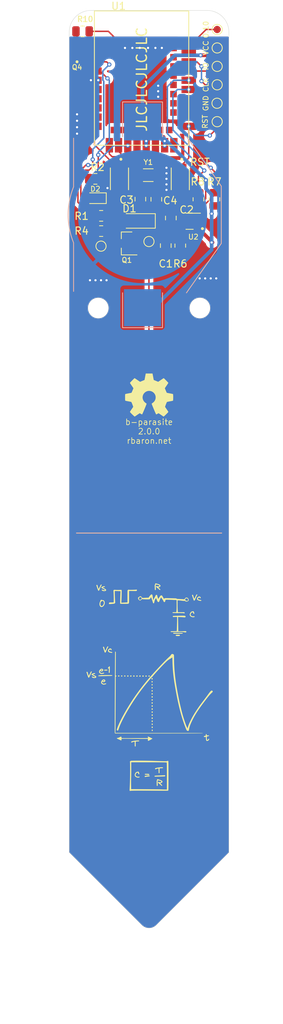
<source format=kicad_pcb>
(kicad_pcb (version 20221018) (generator pcbnew)
  (title_block (title "b-parasite") (date "2023-03-19") (rev "2.0.0") (company "rbaron.net"))
  (layers (0 "F.Cu" signal) (31 "B.Cu" signal) (34 "B.Paste" user) (35 "F.Paste" user) (36 "B.SilkS" user "B.Silkscreen") (37 "F.SilkS" user "F.Silkscreen") (38 "B.Mask" user) (39 "F.Mask" user) (44 "Edge.Cuts" user))
  (net 0 "")
  (net 1 "GND")
  (net 2 "SENS_OUT")
  (net 3 "Net-(U1B-P0.00{slash}XL1)")
  (net 4 "Net-(U1B-P0.01{slash}XL2)")
  (net 5 "Net-(D2-A)")
  (net 6 "+3V0")
  (net 7 "CPARA")
  (net 8 "Net-(Q1-B)")
  (net 9 "PHOTO_V")
  (net 10 "PHOTO_OUT")
  (net 11 "PWM")
  (net 12 "LED")
  (net 13 "SDA")
  (net 14 "SCL")
  (net 15 "RST")
  (net 16 "BTN1")
  (net 17 "SWDIO")
  (net 18 "SWDCLK")
  (net 28 "0.10")
  (footprint "Capacitor_SMD:C_0805_2012Metric" (layer "F.Cu") (at 70.3 59.4 -90)
    (fp_text reference "C1" (at 2.5 0 -180) (layer "F.SilkS"))
    (fp_text value "1n")
    (pad "1" smd roundrect (at -0.95 0 270) (size 1 1.45) (layers "F.Cu" "F.Paste" "F.Mask") (net 2 "SENS_OUT"))
    (pad "2" smd roundrect (at 0.95 0 270) (size 1 1.45) (layers "F.Cu" "F.Paste" "F.Mask") (net 1 "GND"))
  )
  (footprint "Resistor_SMD:R_0805_2012Metric" (layer "F.Cu") (at 72.3 59.4 -90)
    (fp_text reference "R6" (at 2.5 0 -180) (layer "F.SilkS"))
    (fp_text value "1M")
    (pad "1" smd roundrect (at -0.9125 0 270) (size 1.025 1.4) (layers "F.Cu" "F.Paste" "F.Mask") (roundrect_rratio 0.243902) (net 2 "SENS_OUT"))
    (pad "2" smd roundrect (at 0.9125 0 270) (size 1.025 1.4) (layers "F.Cu" "F.Paste" "F.Mask") (roundrect_rratio 0.243902) (net 1 "GND"))
  )
  (footprint "Resistor_SMD:R_0805_2012Metric" (layer "F.Cu") (at 61.4 57.4 180)
    (fp_text reference "R4" (at 2.7 0.022 180) (layer "F.SilkS"))
    (fp_text value "10k")
    (pad "1" smd roundrect (at -0.9125 0 180) (size 1.025 1.4) (layers "F.Cu" "F.Paste" "F.Mask") (roundrect_rratio 0.243902) (net 8 "Net-(Q1-B)"))
    (pad "2" smd roundrect (at 0.9125 0 180) (size 1.025 1.4) (layers "F.Cu" "F.Paste" "F.Mask") (roundrect_rratio 0.243902) (net 11 "PWM"))
  )
  (footprint "Package_TO_SOT_SMD:SOT-23" (layer "F.Cu") (at 64.936 59.1 180)
    (fp_text reference "Q1" (at 0 -2.302 180) (layer "F.SilkS") (effects (font (size 0.7 0.7) (thickness 0.12))))
    (fp_text value "MMBT3906")
    (pad "1" smd rect (at -1 -0.95 180) (size 0.9 0.8) (layers "F.Cu" "F.Paste" "F.Mask") (net 8 "Net-(Q1-B)"))
    (pad "2" smd rect (at -1 0.95 180) (size 0.9 0.8) (layers "F.Cu" "F.Paste" "F.Mask") (net 7 "CPARA"))
    (pad "3" smd rect (at 1 0 180) (size 0.9 0.8) (layers "F.Cu" "F.Paste" "F.Mask") (net 1 "GND"))
  )
  (footprint "Resistor_SMD:R_0805_2012Metric" (layer "F.Cu") (at 61.4 55.3)
    (fp_text reference "R1" (at -2.7 0.037) (layer "F.SilkS"))
    (fp_text value "10k")
    (pad "1" smd roundrect (at -0.9125 0) (size 1.025 1.4) (layers "F.Cu" "F.Paste" "F.Mask") (roundrect_rratio 0.243902) (net 11 "PWM"))
    (pad "2" smd roundrect (at 0.9125 0) (size 1.025 1.4) (layers "F.Cu" "F.Paste" "F.Mask") (roundrect_rratio 0.243902) (net 7 "CPARA"))
  )
  (footprint "TestPoint:TestPoint_Pad_D1.0mm" (layer "F.Cu") (at 77.382 34.708 -90)
    (fp_text reference "TP1" hide)
    (fp_text value "IO" (at 0 1.55 90) (layer "F.SilkS") (effects (font (size 0.7 0.7) (thickness 0.12))))
    (pad "1" smd circle (at 0 0 270) (size 1 1) (layers "F.Cu" "F.Mask") (net 17 "SWDIO"))
  )
  (footprint "TestPoint:TestPoint_Pad_D1.0mm" (layer "F.Cu") (at 77.382 37.248 -90)
    (fp_text reference "TP2" hide)
    (fp_text value "CLK" (at 0 1.55 90) (layer "F.SilkS") (effects (font (size 0.7 0.7) (thickness 0.12))))
    (pad "1" smd circle (at 0 0 270) (size 1 1) (layers "F.Cu" "F.Mask") (net 18 "SWDCLK"))
  )
  (footprint "TestPoint:TestPoint_Pad_D1.0mm" (layer "F.Cu") (at 67.984 58.838 180)
    (fp_text reference "TP5" hide)
    (fp_text value "CPARA" hide)
    (pad "1" smd circle (at 0 0 180) (size 1 1) (layers "F.Cu" "F.Mask") (net 7 "CPARA"))
  )
  (footprint "TestPoint:TestPoint_Pad_D1.0mm" (layer "F.Cu") (at 61.38 59.473 180)
    (fp_text reference "TP6" hide)
    (fp_text value "PWM" hide)
    (pad "1" smd circle (at 0 0 180) (size 1 1) (layers "F.Cu" "F.Mask") (net 11 "PWM"))
  )
  (footprint "Resistor_SMD:R_0805_2012Metric" (layer "F.Cu") (at 60.6 50.202 180)
    (fp_text reference "R2" (at -0.3 1.602 180) (layer "F.SilkS"))
    (fp_text value "1k")
    (pad "1" smd roundrect (at -0.9125 0 180) (size 1.025 1.4) (layers "F.Cu" "F.Paste" "F.Mask") (roundrect_rratio 0.243902) (net 5 "Net-(D2-A)"))
    (pad "2" smd roundrect (at 0.9125 0 180) (size 1.025 1.4) (layers "F.Cu" "F.Paste" "F.Mask") (roundrect_rratio 0.243902) (net 12 "LED"))
  )
  (footprint "Capacitor_SMD:C_0805_2012Metric" (layer "F.Cu") (at 71 55.6 90)
    (fp_text reference "C2" (at 1.132 2.176) (layer "F.SilkS"))
    (fp_text value "100n")
    (pad "1" smd roundrect (at -0.95 0 90) (size 1 1.45) (layers "F.Cu" "F.Paste" "F.Mask") (net 6 "+3V0"))
    (pad "2" smd roundrect (at 0.95 0 90) (size 1 1.45) (layers "F.Cu" "F.Paste" "F.Mask") (net 1 "GND"))
  )
  (footprint "Crystal:Crystal_SMD_3215-2Pin_3.2x1.5mm" (layer "F.Cu") (at 67.8885 49.694)
    (fp_text reference "Y1" (at 0 -1.778) (layer "F.SilkS") (effects (font (size 0.7 0.7) (thickness 0.12))))
    (fp_text value "32.768kHz")
    (pad "1" smd rect (at 1.25 0) (size 1 1.8) (layers "F.Cu" "F.Paste" "F.Mask") (net 4 "Net-(U1B-P0.01{slash}XL2)"))
    (pad "2" smd rect (at -1.25 0) (size 1 1.8) (layers "F.Cu" "F.Paste" "F.Mask") (net 3 "Net-(U1B-P0.00{slash}XL1)"))
  )
  (footprint "LED_SMD:LED_0603_1608Metric" (layer "F.Cu") (at 60.618 52.869 180)
    (fp_text reference "D2" (at 0.018 1.269 180) (layer "F.SilkS") (effects (font (size 0.7 0.7) (thickness 0.12))))
    (fp_text value "LED")
    (pad "1" smd roundrect (at -0.7875 0 180) (size 0.875 0.95) (layers "F.Cu" "F.Paste" "F.Mask") (net 1 "GND"))
    (pad "2" smd roundrect (at 0.7875 0 180) (size 0.875 0.95) (layers "F.Cu" "F.Paste" "F.Mask") (net 5 "Net-(D2-A)"))
  )
  (footprint "Capacitor_SMD:C_0805_2012Metric" (layer "F.Cu") (at 69 53.019 -90)
    (fp_text reference "C4" (at 0.181 -1.9155 -180) (layer "F.SilkS"))
    (fp_text value "12p")
    (pad "1" smd roundrect (at -0.95 0 270) (size 1 1.45) (layers "F.Cu" "F.Paste" "F.Mask") (net 4 "Net-(U1B-P0.01{slash}XL2)"))
    (pad "2" smd roundrect (at 0.95 0 270) (size 1 1.45) (layers "F.Cu" "F.Paste" "F.Mask") (net 1 "GND"))
  )
  (footprint "Capacitor_SMD:C_0805_2012Metric" (layer "F.Cu") (at 66.8 52.996 90)
    (fp_text reference "C3" (at -0.104 -1.9065) (layer "F.SilkS"))
    (fp_text value "12p")
    (pad "1" smd roundrect (at -0.95 0 90) (size 1 1.45) (layers "F.Cu" "F.Paste" "F.Mask") (net 1 "GND"))
    (pad "2" smd roundrect (at 0.95 0 90) (size 1 1.45) (layers "F.Cu" "F.Paste" "F.Mask") (net 3 "Net-(U1B-P0.00{slash}XL1)"))
  )
  (footprint "Resistor_SMD:R_0805_2012Metric" (layer "F.Cu") (at 74.8 53.019 -90)
    (fp_text reference "R7" (at -2.419 -2.2 -180) (layer "F.SilkS"))
    (fp_text value "10k")
    (pad "1" smd roundrect (at -0.9125 0 270) (size 1.025 1.4) (layers "F.Cu" "F.Paste" "F.Mask") (roundrect_rratio 0.243902) (net 13 "SDA"))
    (pad "2" smd roundrect (at 0.9125 0 270) (size 1.025 1.4) (layers "F.Cu" "F.Paste" "F.Mask") (roundrect_rratio 0.243902) (net 6 "+3V0"))
  )
  (footprint "Resistor_SMD:R_0805_2012Metric" (layer "F.Cu") (at 77 53.019 90)
    (fp_text reference "R8" (at 2.419 -2.3) (layer "F.SilkS"))
    (fp_text value "10k")
    (pad "1" smd roundrect (at -0.9125 0 90) (size 1.025 1.4) (layers "F.Cu" "F.Paste" "F.Mask") (roundrect_rratio 0.243902) (net 6 "+3V0"))
    (pad "2" smd roundrect (at 0.9125 0 90) (size 1.025 1.4) (layers "F.Cu" "F.Paste" "F.Mask") (roundrect_rratio 0.243902) (net 14 "SCL"))
  )
  (footprint "kicad:Sensirion_DFN-4-1EP_2x2mm_P1mm_EP0.7x1.6mm" (layer "F.Cu") (at 74.08 56.044 180)
    (fp_text reference "U2" (at -0.02 -2.156) (layer "F.SilkS") (effects (font (size 0.7 0.7) (thickness 0.12))))
    (fp_text value "SHTC3")
    (pad "1" smd roundrect (at -0.925 -0.5 180) (size 0.55 0.35) (layers "F.Cu" "F.Mask") (net 6 "+3V0"))
    (pad "2" smd roundrect (at -0.925 0.5 180) (size 0.55 0.35) (layers "F.Cu" "F.Mask") (net 14 "SCL"))
    (pad "3" smd roundrect (at 0.925 0.5 180) (size 0.55 0.35) (layers "F.Cu" "F.Mask") (net 13 "SDA"))
    (pad "4" smd roundrect (at 0.925 -0.5 180) (size 0.55 0.35) (layers "F.Cu" "F.Mask") (net 1 "GND"))
    (pad "5" smd roundrect (at 0 0 180) (size 0.7 1.6) (layers "F.Cu" "F.Mask"))
  )
  (footprint "Diode_SMD:D_SOD-123" (layer "F.Cu") (at 66.5 56 180)
    (fp_text reference "D1" (at 1.2 1.7 180) (layer "F.SilkS"))
    (fp_text value "1N4148W")
    (pad "1" smd roundrect (at -1.65 0 180) (size 0.9 1.2) (layers "F.Cu" "F.Paste" "F.Mask") (net 2 "SENS_OUT"))
    (pad "2" smd roundrect (at 1.65 0 180) (size 0.9 1.2) (layers "F.Cu" "F.Paste" "F.Mask") (net 7 "CPARA"))
  )
  (footprint "Symbol:OSHW-Symbol_6.7x6mm_SilkScreen" (layer "F.Cu") (at 68 80)
    (fp_text reference "REF**" hide)
    (fp_text value "OSHW-Symbol_6.7x6mm_SilkScreen" hide)
  )
  (footprint "TestPoint:TestPoint_Pad_D1.0mm" (layer "F.Cu") (at 77.382 42.328 -90)
    (fp_text reference "TP4" hide)
    (fp_text value "RST" (at 0 1.66 90) (layer "F.SilkS") (effects (font (size 0.7 0.7) (thickness 0.12))))
    (pad "1" smd circle (at 0 0 270) (size 1 1) (layers "F.Cu" "F.Mask") (net 15 "RST"))
  )
  (footprint "snapeda:E73-2G4M08S1C" (layer "F.Cu") (at 66.968 36.57255)
    (fp_text reference "U1" (at -3.175 -10.16) (layer "F.SilkS"))
    (fp_text value "E73-2G4M08S1C")
    (pad "1" smd rect (at -6.5 -5.03) (size 2 1) (layers "F.Cu" "F.Paste" "F.Mask"))
    (pad "2" smd rect (at -6.5 -3.76) (size 2 1) (layers "F.Cu" "F.Paste" "F.Mask"))
    (pad "3" smd rect (at -6.5 -2.49) (size 2 1) (layers "F.Cu" "F.Paste" "F.Mask") (net 2 "SENS_OUT"))
    (pad "4" smd rect (at -6.5 -1.22) (size 2 1) (layers "F.Cu" "F.Paste" "F.Mask") (net 12 "LED"))
    (pad "5" smd rect (at -6.5 0.05) (size 2 1) (layers "F.Cu" "F.Paste" "F.Mask") (net 1 "GND"))
    (pad "6" smd rect (at -6.5 1.32) (size 2 1) (layers "F.Cu" "F.Paste" "F.Mask"))
    (pad "7" smd rect (at -6.5 2.59) (size 2 1) (layers "F.Cu" "F.Paste" "F.Mask") (net 10 "PHOTO_OUT"))
    (pad "8" smd rect (at -6.5 3.86) (size 2 1) (layers "F.Cu" "F.Paste" "F.Mask") (net 9 "PHOTO_V"))
    (pad "9" smd rect (at -6.5 5.13) (size 2 1) (layers "F.Cu" "F.Paste" "F.Mask"))
    (pad "10" smd rect (at -6.5 6.4) (size 2 1) (layers "F.Cu" "F.Paste" "F.Mask") (net 16 "BTN1"))
    (pad "11" smd rect (at -4.44 9) (size 1 2) (layers "F.Cu" "F.Paste" "F.Mask") (net 3 "Net-(U1B-P0.00{slash}XL1)"))
    (pad "12" smd rect (at -3.81 6.9) (size 0.9 0.9) (layers "F.Cu" "F.Paste" "F.Mask"))
    (pad "13" smd rect (at -3.17 9) (size 1 2) (layers "F.Cu" "F.Paste" "F.Mask") (net 4 "Net-(U1B-P0.01{slash}XL2)"))
    (pad "14" smd rect (at -2.54 6.9) (size 0.9 0.9) (layers "F.Cu" "F.Paste" "F.Mask"))
    (pad "15" smd rect (at -1.9 9) (size 1 2) (layers "F.Cu" "F.Paste" "F.Mask") (net 11 "PWM"))
    (pad "16" smd rect (at -1.27 6.9) (size 0.9 0.9) (layers "F.Cu" "F.Paste" "F.Mask"))
    (pad "17" smd rect (at -0.63 9) (size 1 2) (layers "F.Cu" "F.Paste" "F.Mask"))
    (pad "18" smd rect (at 0 6.9) (size 0.9 0.9) (layers "F.Cu" "F.Paste" "F.Mask"))
    (pad "19" smd rect (at 0.64 9) (size 1 2) (layers "F.Cu" "F.Paste" "F.Mask") (net 6 "+3V0"))
    (pad "20" smd rect (at 1.27 6.9) (size 0.9 0.9) (layers "F.Cu" "F.Paste" "F.Mask"))
    (pad "21" smd rect (at 1.91 9) (size 1 2) (layers "F.Cu" "F.Paste" "F.Mask") (net 1 "GND"))
    (pad "22" smd rect (at 2.54 6.9) (size 0.9 0.9) (layers "F.Cu" "F.Paste" "F.Mask"))
    (pad "23" smd rect (at 3.18 9) (size 1 2) (layers "F.Cu" "F.Paste" "F.Mask") (net 6 "+3V0"))
    (pad "24" smd rect (at 3.81 6.9) (size 0.9 0.9) (layers "F.Cu" "F.Paste" "F.Mask"))
    (pad "25" smd rect (at 4.45 9) (size 1 2) (layers "F.Cu" "F.Paste" "F.Mask"))
    (pad "26" smd rect (at 6.5 6.4) (size 2 1) (layers "F.Cu" "F.Paste" "F.Mask") (net 15 "RST"))
    (pad "27" smd rect (at 6.5 5.13) (size 2 1) (layers "F.Cu" "F.Paste" "F.Mask"))
    (pad "28" smd rect (at 4.4 4.495) (size 0.9 0.9) (layers "F.Cu" "F.Paste" "F.Mask"))
    (pad "29" smd rect (at 6.5 3.86) (size 2 1) (layers "F.Cu" "F.Paste" "F.Mask"))
    (pad "30" smd rect (at 4.4 3.225) (size 0.9 0.9) (layers "F.Cu" "F.Paste" "F.Mask"))
    (pad "31" smd rect (at 6.5 2.59) (size 2 1) (layers "F.Cu" "F.Paste" "F.Mask"))
    (pad "32" smd rect (at 4.4 1.955) (size 0.9 0.9) (layers "F.Cu" "F.Paste" "F.Mask"))
    (pad "33" smd rect (at 6.5 1.32) (size 2 1) (layers "F.Cu" "F.Paste" "F.Mask") (net 14 "SCL"))
    (pad "34" smd rect (at 4.4 0.685) (size 0.9 0.9) (layers "F.Cu" "F.Paste" "F.Mask"))
    (pad "35" smd rect (at 6.5 0.05) (size 2 1) (layers "F.Cu" "F.Paste" "F.Mask") (net 13 "SDA"))
    (pad "36" smd rect (at 4.4 -0.585) (size 0.9 0.9) (layers "F.Cu" "F.Paste" "F.Mask"))
    (pad "37" smd rect (at 6.5 -1.22) (size 2 1) (layers "F.Cu" "F.Paste" "F.Mask") (net 17 "SWDIO"))
    (pad "38" smd rect (at 4.4 -1.855) (size 0.9 0.9) (layers "F.Cu" "F.Paste" "F.Mask"))
    (pad "39" smd rect (at 6.5 -2.49) (size 2 1) (layers "F.Cu" "F.Paste" "F.Mask") (net 18 "SWDCLK"))
    (pad "40" smd rect (at 4.4 -3.125) (size 0.9 0.9) (layers "F.Cu" "F.Paste" "F.Mask"))
    (pad "41" smd rect (at 6.5 -3.76) (size 2 1) (layers "F.Cu" "F.Paste" "F.Mask"))
    (pad "42" smd rect (at 4.4 -4.395) (size 0.9 0.9) (layers "F.Cu" "F.Paste" "F.Mask"))
    (pad "43" smd rect (at 6.5 -5.03) (size 2 1) (layers "F.Cu" "F.Paste" "F.Mask") (net 28 "0.10"))
  )
  (footprint "Resistor_SMD:R_0805_2012Metric" (layer "F.Cu") (at 58.84 29.882 180)
    (fp_text reference "R10" (at -0.36 1.682 180) (layer "F.SilkS") (effects (font (size 0.75 0.75))))
    (fp_text value "470")
    (pad "1" smd roundrect (at -0.9125 0 180) (size 1.025 1.4) (layers "F.Cu" "F.Paste" "F.Mask") (roundrect_rratio 0.243902) (net 1 "GND"))
    (pad "2" smd roundrect (at 0.9125 0 180) (size 1.025 1.4) (layers "F.Cu" "F.Paste" "F.Mask") (roundrect_rratio 0.243902) (net 10 "PHOTO_OUT"))
  )
  (footprint "snapeda:TR8" (layer "F.Cu") (at 58.078 32.676 90)
    (fp_text reference "Q4" (at -2.159 0 180) (layer "F.SilkS") (effects (font (size 0.7 0.7) (thickness 0.12))))
    (fp_text value "Q_Photo_NPN")
    (pad "1" smd rect (at -0.75 0 90) (size 0.8 0.8) (layers "F.Cu" "F.Paste" "F.Mask") (net 9 "PHOTO_V"))
    (pad "2" smd rect (at 0.75 0 90) (size 0.8 0.8) (layers "F.Cu" "F.Paste" "F.Mask") (net 10 "PHOTO_OUT"))
  )
  (footprint "TestPoint:TestPoint_Pad_D1.0mm" (layer "F.Cu") (at 77.382 32.168 -90)
    (fp_text reference "TP7" hide)
    (fp_text value "VCC" (at 0 1.55 90) (layer "F.SilkS") (effects (font (size 0.7 0.7) (thickness 0.12))))
    (pad "1" smd circle (at 0 0 270) (size 1 1) (layers "F.Cu" "F.Mask") (net 6 "+3V0"))
  )
  (footprint "snapeda:SW_B3U-1000P" (layer "F.Cu") (at 72.302 50.202 -90)
    (fp_text reference "RST1" hide)
    (fp_text value "B3U-1000P")
    (fp_text user "RST" (at -2.302 -2.698 unlocked) (layer "F.SilkS"))
    (pad "1" smd rect (at -1.7 0) (size 1.7 0.8) (layers "F.Cu" "F.Paste" "F.Mask") (net 15 "RST"))
    (pad "2" smd rect (at 1.7 0) (size 1.7 0.8) (layers "F.Cu" "F.Paste" "F.Mask") (net 1 "GND"))
  )
  (footprint "b-parasite:circuit_drawing" (layer "F.Cu") (at 67.984 120.052)
    (fp_text reference "G***" hide)
    (fp_text value "LOGO" hide)
  )
  (footprint "snapeda:SW_B3U-1000P" (layer "F.Cu") (at 63.92 50.202 -90)
    (fp_text reference "SW1" hide)
    (fp_text value "B3U-1000P")
    (pad "1" smd rect (at -1.7 0) (size 1.7 0.8) (layers "F.Cu" "F.Paste" "F.Mask") (net 16 "BTN1"))
    (pad "2" smd rect (at 1.7 0) (size 1.7 0.8) (layers "F.Cu" "F.Paste" "F.Mask") (net 1 "GND"))
  )
  (footprint "TestPoint:TestPoint_Pad_D1.0mm" (layer "F.Cu") (at 77.382 29.628 -90)
    (fp_text reference "TP8" hide)
    (fp_text value "0.10" (at 0 1.55 90) (layer "F.SilkS") (effects (font (size 0.7 0.7) (thickness 0.12))))
    (pad "1" smd circle (at 0 0 270) (size 1 1) (layers "F.Cu" "F.Mask") (net 28 "0.10"))
  )
  (footprint "TestPoint:TestPoint_Pad_D1.0mm" (layer "F.Cu") (at 77.362 39.788 -90)
    (fp_text reference "TP3" hide)
    (fp_text value "GND" (at 0 1.55 90) (layer "F.SilkS") (effects (font (size 0.7 0.7) (thickness 0.12))))
    (pad "1" smd circle (at 0 0 270) (size 1 1) (layers "F.Cu" "F.Mask") (net 1 "GND"))
  )
  (footprint "kicad:BatteryHolder_Keystone_3002_1x2032" (layer "B.Cu") (at 67.1 55.155 -90)
    (fp_text reference "BT1" hide)
    (fp_text value "Battery_Cell")
    (pad "1" smd rect (at -12.8 0 270) (size 5.1 5.1) (layers "B.Cu" "B.Paste" "B.Mask") (net 6 "+3V0"))
    (pad "1" smd rect (at 12.8 0 270) (size 5.1 5.1) (layers "B.Cu" "B.Paste" "B.Mask") (net 6 "+3V0"))
    (pad "2" smd circle (at 0 0 270) (size 17.8 17.8) (layers "B.Cu" "B.Mask") (net 1 "GND"))
  )
  (gr_line (start 58 99) (end 78 99) (stroke (width 0.12)) (layer "B.SilkS"))
  (gr_line (start 58 99) (end 78 99) (stroke (width 0.12)) (layer "F.SilkS"))
  (gr_circle (center 75.35 57.06) (end 75.45 57.06) (stroke (width 0.2)) (fill solid) (layer "F.SilkS"))
  (gr_line (start 60 27) (end 76 27) (stroke (width 0.05)) (layer "Edge.Cuts"))
  (gr_arc (start 68.999999 152.999999) (mid 68 153.414212) (end 67.000001 152.999999) (stroke (width 0.05)) (layer "Edge.Cuts"))
  (gr_line (start 67.000001 152.999999) (end 57 143) (stroke (width 0.05)) (layer "Edge.Cuts"))
  (gr_line (start 68.999999 152.999999) (end 79 143) (stroke (width 0.05)) (layer "Edge.Cuts"))
  (gr_line (start 57 30) (end 57 143) (stroke (width 0.05)) (layer "Edge.Cuts"))
  (gr_line (start 79 143) (end 79 30) (stroke (width 0.05)) (layer "Edge.Cuts"))
  (gr_circle (center 75 68) (end 76 69) (stroke (width 0.05)) (fill none) (layer "Edge.Cuts"))
  (gr_arc (start 57 30) (mid 57.87868 27.87868) (end 60 27) (stroke (width 0.05)) (layer "Edge.Cuts"))
  (gr_circle (center 61 68) (end 62 67) (stroke (width 0.05)) (fill none) (layer "Edge.Cuts"))
  (gr_arc (start 76 27) (mid 78.12132 27.87868) (end 79 30) (stroke (width 0.05)) (layer "Edge.Cuts"))
  (gr_text "b-parasite\n2.0.0\nrbaron.net" (at 68 85) (layer "F.SilkS") (effects (font (size 0.8 0.8) (thickness 0.1))))
  (gr_text "JLCJLCJLCJLC" (at 67 36.5 90) (layer "F.SilkS") (effects (font (size 1.4 1.4) (thickness 0.2))))
  (segment (start 70.397 48.220572) (end 70.397 48.678) (width 0.5) (layer "F.Cu") (net 1))
  (segment (start 63.92 51.902) (end 63.92 53.481) (width 0.5) (layer "F.Cu") (net 1))
  (segment (start 62.673 53.481) (end 63.92 53.481) (width 0.5) (layer "F.Cu") (net 1))
  (segment (start 72.894 56.544) (end 71 54.65) (width 0.5) (layer "F.Cu") (net 1))
  (segment (start 69 53.969) (end 70.319 53.969) (width 0.5) (layer "F.Cu") (net 1))
  (segment (start 62.396 29.882) (end 59.7525 29.882) (width 0.2) (layer "F.Cu") (net 1))
  (segment (start 70.319 53.969) (end 71 54.65) (width 0.5) (layer "F.Cu") (net 1))
  (segment (start 62.061 52.869) (end 61.4055 52.869) (width 0.5) (layer "F.Cu") (net 1))
  (segment (start 68.8615 53.946) (end 68.8845 53.969) (width 0.5) (layer "F.Cu") (net 1))
  (segment (start 68.878 45.57255) (end 68.878 46.701572) (width 0.5) (layer "F.Cu") (net 1))
  (segment (start 62.673 53.481) (end 62.061 52.869) (width 0.5) (layer "F.Cu") (net 1))
  (segment (start 68.878 46.701572) (end 70.397 48.220572) (width 0.5) (layer "F.Cu") (net 1))
  (segment (start 73.155 56.544) (end 72.894 56.544) (width 0.5) (layer "F.Cu") (net 1))
  (segment (start 62.396 29.882) (end 64.682 32.168) (width 0.2) (layer "F.Cu") (net 1))
  (segment (start 68.977 53.946) (end 69 53.969) (width 0.5) (layer "F.Cu") (net 1))
  (segment (start 66.8 53.946) (end 68.977 53.946) (width 0.5) (layer "F.Cu") (net 1))
  (via (at 60.999 36.613) (size 0.6) (drill 0.3) (layers "F.Cu" "B.Cu") (net 1))
  (via (at 74.969 63.918) (size 0.6) (drill 0.3) (layers "F.Cu" "B.Cu") (net 1))
  (via (at 75.731 63.918) (size 0.6) (drill 0.3) (layers "F.Cu" "B.Cu") (net 1))
  (via (at 60.618 64.172) (size 0.6) (drill 0.3) (layers "F.Cu" "B.Cu") (net 1))
  (via (at 58.078 42.201) (size 0.6) (drill 0.3) (layers "F.Cu" "B.Cu") (net 1))
  (via (at 77.255 63.918) (size 0.6) (drill 0.3) (layers "F.Cu" "B.Cu") (net 1))
  (via (at 64.682 32.168) (size 0.6) (drill 0.3) (layers "F.Cu" "B.Cu") (net 1))
  (via (at 62.269 51.472) (size 0.6) (drill 0.3) (layers "F.Cu" "B.Cu") (net 1))
  (via (at 58.078 43.979) (size 0.6) (drill 0.3) (layers "F.Cu" "B.Cu") (net 1))
  (via (at 70.397 51.726) (size 0.6) (drill 0.3) (layers "F.Cu" "B.Cu") (net 1))
  (via (at 59.983 36.613) (size 0.6) (drill 0.3) (layers "F.Cu" "B.Cu") (net 1))
  (via (at 69.254 38.899) (size 0.6) (drill 0.3) (layers "F.Cu" "B.Cu") (net 1))
  (via (at 76.493 63.918) (size 0.6) (drill 0.3) (layers "F.Cu" "B.Cu") (net 1))
  (via (at 58.078 41.312) (size 0.6) (drill 0.3) (layers "F.Cu" "B.Cu") (net 1))
  (via (at 59.856 64.172) (size 0.6) (drill 0.3) (layers "F.Cu" "B.Cu") (net 1))
  (via (at 70.397 48.678) (size 0.6) (drill 0.3) (layers "F.Cu" "B.Cu") (net 1))
  (via (at 61.38 64.172) (size 0.6) (drill 0.3) (layers "F.Cu" "B.Cu") (net 1))
  (via (at 67.857 32.168) (size 0.6) (drill 0.3) (layers "F.Cu" "B.Cu") (net 1))
  (via (at 68.873 32.168) (size 0.6) (drill 0.3) (layers "F.Cu" "B.Cu") (net 1))
  (via (at 66.714 32.168) (size 0.6) (drill 0.3) (layers "F.Cu" "B.Cu") (net 1))
  (via (at 70.397 50.202) (size 0.6) (drill 0.3) (layers "F.Cu" "B.Cu") (net 1))
  (via (at 65.698 32.168) (size 0.6) (drill 0.3) (layers "F.Cu" "B.Cu") (net 1))
  (via (at 69.254 37.375) (size 0.6) (drill 0.3) (layers "F.Cu" "B.Cu") (net 1))
  (via (at 62.142 64.172) (size 0.6) (drill 0.3) (layers "F.Cu" "B.Cu") (net 1))
  (via (at 70.397 49.44) (size 0.6) (drill 0.3) (layers "F.Cu" "B.Cu") (net 1))
  (via (at 69.762 32.168) (size 0.6) (drill 0.3) (layers "F.Cu" "B.Cu") (net 1))
  (via (at 70.397 50.964) (size 0.6) (drill 0.3) (layers "F.Cu" "B.Cu") (net 1))
  (via (at 58.078 43.09) (size 0.6) (drill 0.3) (layers "F.Cu" "B.Cu") (net 1))
  (via (at 69.254 38.137) (size 0.6) (drill 0.3) (layers "F.Cu" "B.Cu") (net 1))
  (segment (start 59.2 49) (end 59.747529 49) (width 0.2) (layer "F.Cu") (net 2))
  (segment (start 59.747529 49) (end 60.237 48.510529) (width 0.2) (layer "F.Cu") (net 2))
  (segment (start 60.202 47.57) (end 60.237 47.535) (width 0.2) (layer "F.Cu") (net 2))
  (segment (start 68.15 56) (end 67.344256 56) (width 0.2) (layer "F.Cu") (net 2))
  (segment (start 68.15 56.3) (end 70.3 58.45) (width 0.2) (layer "F.Cu") (net 2))
  (segment (start 68.15 56) (end 68.15 56.3) (width 0.2) (layer "F.Cu") (net 2))
  (segment (start 67.344256 56) (end 65.442776 54.09852) (width 0.2) (layer "F.Cu") (net 2))
  (segment (start 60.237 48.510529) (end 60.237 47.535) (width 0.2) (layer "F.Cu") (net 2))
  (segment (start 60.237 47.535) (end 60.364 47.662) (width 0.2) (layer "F.Cu") (net 2))
  (segment (start 58.6 49.6) (end 59.2 49) (width 0.2) (layer "F.Cu") (net 2))
  (segment (start 65.442776 54.09852) (end 59.43452 54.09852) (width 0.2) (layer "F.Cu") (net 2))
  (segment (start 70.3 58.5) (end 72.2625 58.5) (width 0.2) (layer "F.Cu") (net 2))
  (segment (start 62.15155 34.08255) (end 60.468 34.08255) (width 0.2) (layer "F.Cu") (net 2))
  (segment (start 58.6 53.264) (end 58.6 49.6) (width 0.2) (layer "F.Cu") (net 2))
  (segment (start 59.43452 54.09852) (end 58.6 53.264) (width 0.2) (layer "F.Cu") (net 2))
  (segment (start 72.2625 58.15) (end 72.3 58.1875) (width 0.2) (layer "F.Cu") (net 2))
  (segment (start 62.523 34.454) (end 62.15155 34.08255) (width 0.2) (layer "F.Cu") (net 2))
  (via (at 60.237 47.535) (size 0.6) (drill 0.3) (layers "F.Cu" "B.Cu") (net 2))
  (via (at 62.523 34.454) (size 0.6) (drill 0.3) (layers "F.Cu" "B.Cu") (net 2))
  (segment (start 61.634 36.613) (end 61.634 35.343) (width 0.2) (layer "B.Cu") (net 2))
  (segment (start 61.761 44.614) (end 61.761 36.74) (width 0.2) (layer "B.Cu") (net 2))
  (segment (start 60.237 46.138) (end 61.761 44.614) (width 0.2) (layer "B.Cu") (net 2))
  (segment (start 61.634 35.343) (end 62.523 34.454) (width 0.2) (layer "B.Cu") (net 2))
  (segment (start 61.761 36.74) (end 61.634 36.613) (width 0.2) (layer "B.Cu") (net 2))
  (segment (start 60.237 47.535) (end 60.237 46.138) (width 0.2) (layer "B.Cu") (net 2))
  (segment (start 65.698 47.554) (end 66.6385 48.4945) (width 0.2) (layer "F.Cu") (net 3))
  (segment (start 63.983764 47.154) (end 64.383765 47.554) (width 0.2) (layer "F.Cu") (net 3))
  (segment (start 64.383765 47.554) (end 65.698 47.554) (width 0.2) (layer "F.Cu") (net 3))
  (segment (start 62.528 46.77255) (end 62.90945 47.154) (width 0.2) (layer "F.Cu") (net 3))
  (segment (start 62.528 45.57255) (end 62.528 46.77255) (width 0.2) (layer "F.Cu") (net 3))
  (segment (start 66.6385 49.694) (end 66.6385 51.8845) (width 0.2) (layer "F.Cu") (net 3))
  (segment (start 66.6385 48.4945) (end 66.6385 49.694) (width 0.2) (layer "F.Cu") (net 3))
  (segment (start 66.6385 51.8845) (end 66.8 52.046) (width 0.2) (layer "F.Cu") (net 3))
  (segment (start 62.90945 47.154) (end 63.983764 47.154) (width 0.2) (layer "F.Cu") (net 3))
  (segment (start 69.1385 49.694) (end 69.1385 51.9305) (width 0.2) (layer "F.Cu") (net 4))
  (segment (start 64.54945 47.154) (end 67.709685 47.154) (width 0.2) (layer "F.Cu") (net 4))
  (segment (start 69.1385 51.9305) (end 69 52.069) (width 0.2) (layer "F.Cu") (net 4))
  (segment (start 63.798 45.57255) (end 63.798 46.40255) (width 0.2) (layer "F.Cu") (net 4))
  (segment (start 69.1385 48.582815) (end 69.1385 49.694) (width 0.2) (layer "F.Cu") (net 4))
  (segment (start 67.709685 47.154) (end 69.1385 48.582815) (width 0.2) (layer "F.Cu") (net 4))
  (segment (start 63.798 46.40255) (end 64.54945 47.154) (width 0.2) (layer "F.Cu") (net 4))
  (segment (start 59.8305 52.869) (end 59.8305 52.2365) (width 0.2) (layer "F.Cu") (net 5))
  (segment (start 59.8305 52.2365) (end 61.865 50.202) (width 0.2) (layer "F.Cu") (net 5))
  (segment (start 75.35 57.568) (end 75.096 57.568) (width 0.5) (layer "F.Cu") (net 6))
  (segment (start 75.096 57.568) (end 75.096 56.635) (width 0.5) (layer "F.Cu") (net 6))
  (segment (start 67.603 44.37755) (end 67.603 44.995) (width 0.2) (layer "F.Cu") (net 6))
  (segment (start 74.8 53.9315) (end 75.8 52.9315) (width 0.2) (layer "F.Cu") (net 6))
  (segment (start 76.62 55) (end 76.62 54.3115) (width 0.2) (layer "F.Cu") (net 6))
  (segment (start 76.62 54.3115) (end 77 53.9315) (width 0.2) (layer "F.Cu") (net 6))
  (segment (start 70.148 44.37255) (end 70.048489 44.273039) (width 0.2) (layer "F.Cu") (net 6))
  (segment (start 75.096 57.568) (end 75.053 57.525) (width 0.5) (layer "F.Cu") (net 6))
  (segment (start 70.148 45.57255) (end 70.148 44.37255) (width 0.2) (layer "F.Cu") (net 6))
  (segment (start 76.747 58.965) (end 75.35 57.568) (width 0.5) (layer "F.Cu") (net 6))
  (segment (start 75.8 52.9315) (end 75.8 50.4) (width 0.2) (layer "F.Cu") (net 6))
  (segment (start 76.366 33.184) (end 77.382 32.168) (width 0.5) (layer "F.Cu") (net 6))
  (segment (start 70.048489 44.273039) (end 67.707511 44.273039) (width 0.2) (layer "F.Cu") (net 6))
  (segment (start 67.707511 44.273039) (end 67.603 44.37755) (width 0.2) (layer "F.Cu") (net 6))
  (segment (start 71 56.55) (end 71.975 57.525) (width 0.5) (layer "F.Cu") (net 6))
  (segment (start 76.62 58.965) (end 76.747 58.965) (width 0.5) (layer "F.Cu") (net 6))
  (segment (start 71.975 57.525) (end 75.053 57.525) (width 0.5) (layer "F.Cu") (net 6))
  (segment (start 75.096 33.184) (end 76.366 33.184) (width 0.5) (layer "F.Cu") (net 6))
  (via (at 67.603 45.63) (size 0.6) (drill 0.3) (layers "F.Cu" "B.Cu") (net 6))
  (via (at 75.8 50.4) (size 0.6) (drill 0.3) (layers "F.Cu" "B.Cu") (net 6))
  (via (at 75.096 33.184) (size 0.6) (drill 0.3) (layers "F.Cu" "B.Cu") (net 6))
  (via (at 67.603 44.995) (size 0.6) (drill 0.3) (layers "F.Cu" "B.Cu") (net 6))
  (via (at 76.62 58.965) (size 0.6) (drill 0.3) (layers "F.Cu" "B.Cu") (net 6))
  (via (at 70.148 44.995) (size 0.6) (drill 0.3) (layers "F.Cu" "B.Cu") (net 6))
  (via (at 70.143 45.63) (size 0.6) (drill 0.3) (layers "F.Cu" "B.Cu") (net 6))
  (via (at 76.62 55) (size 0.6) (drill 0.3) (layers "F.Cu" "B.Cu") (net 6))
  (segment (start 76.62 52.361) (end 76.62 53.631) (width 0.5) (layer "B.Cu") (net 6))
  (segment (start 67.522206 42.1) (end 70.216603 44.794397) (width 0.5) (layer "B.Cu") (net 6))
  (segment (start 70.143 45.57755) (end 70.148 45.57255) (width 0.5) (layer "B.Cu") (net 6))
  (segment (start 76.62 59.981) (end 76.62 58.965) (width 0.5) (layer "B.Cu") (net 6))
  (segment (start 70.216603 44.794397) (end 75.751206 50.329) (width 0.5) (layer "B.Cu") (net 6))
  (segment (start 70.148 45.148) (end 67.1 42.1) (width 0.5) (layer "B.Cu") (net 6))
  (segment (start 72.048 64.553) (end 76.62 59.981) (width 0.5) (layer "B.Cu") (net 6))
  (segment (start 67.1 42.1) (end 67.522206 42.1) (width 0.5) (layer "B.Cu") (net 6))
  (segment (start 71.54 33.184) (end 75.096 33.184) (width 0.5) (layer "B.Cu") (net 6))
  (segment (start 67.1 42.1) (end 67.1 37.624) (width 0.5) (layer "B.Cu") (net 6))
  (segment (start 75.858 50.342) (end 75.8 50.4) (width 0.5) (layer "B.Cu") (net 6))
  (segment (start 67.603 44.995) (end 67.603 42.603) (width 0.5) (layer "B.Cu") (net 6))
  (segment (start 76.62 53.631) (end 76.62 58.965) (width 0.5) (layer "B.Cu") (net 6))
  (segment (start 68.901 67.7) (end 72.048 64.553) (width 0.5) (layer "B.Cu") (net 6))
  (segment (start 75.751206 50.329) (end 75.858 50.329) (width 0.5) (layer "B.Cu") (net 6))
  (segment (start 67.603 45.63) (end 67.603 44.995) (width 0.5) (layer "B.Cu") (net 6))
  (segment (start 75.858 50.458) (end 75.858 51.599) (width 0.5) (layer "B.Cu") (net 6))
  (segment (start 70.148 45.57255) (end 70.148 45.148) (width 0.5) (layer "B.Cu") (net 6))
  (segment (start 67.603 42.603) (end 67.1 42.1) (width 0.5) (layer "B.Cu") (net 6))
  (segment (start 75.858 50.329) (end 75.858 50.342) (width 0.5) (layer "B.Cu") (net 6))
  (segment (start 75.858 51.599) (end 76.62 52.361) (width 0.5) (layer "B.Cu") (net 6))
  (segment (start 67.1 37.624) (end 71.54 33.184) (width 0.5) (layer "B.Cu") (net 6))
  (segment (start 75.8 50.4) (end 75.858 50.458) (width 0.5) (layer "B.Cu") (net 6))
  (segment (start 62.65 85.381) (end 67.984 90.715) (width 0.2) (layer "F.Cu") (net 7))
  (segment (start 64.85 56) (end 64.15 55.3) (width 0.25) (layer "F.Cu") (net 7))
  (segment (start 67.984 101.984) (end 68 102) (width 0.2) (layer "F.Cu") (net 7))
  (segment (start 64.85 56) (end 65.936 57.086) (width 0.25) (layer "F.Cu") (net 7))
  (segment (start 66.624 58.838) (end 67.984 58.838) (width 0.25) (layer "F.Cu") (net 7))
  (segment (start 68 102) (end 68 142) (width 10) (layer "F.Cu") (net 7))
  (segment (start 67.984 58.838) (end 67.984 74.078) (width 0.2) (layer "F.Cu") (net 7))
  (segment (start 62.015 55.663) (end 62.142 55.536) (width 0.2) (layer "F.Cu") (net 7))
  (segment (start 65.936 58.15) (end 66.624 58.838) (width 0.25) (layer "F.Cu") (net 7))
  (segment (start 67.984 90.715) (end 67.984 101.984) (width 0.2) (layer "F.Cu") (net 7))
  (segment (start 64.15 55.3) (end 62.3125 55.3) (width 0.25) (layer "F.Cu") (net 7))
  (segment (start 65.936 57.086) (end 65.936 58.15) (width 0.25) (layer "F.Cu") (net 7))
  (segment (start 62.65 79.412) (end 62.65 85.381) (width 0.2) (layer "F.Cu") (net 7))
  (segment (start 67.984 74.078) (end 62.65 79.412) (width 0.2) (layer "F.Cu") (net 7))
  (segment (start 65.936 60.05) (end 65.936 59.6) (width 0.25) (layer "F.Cu") (net 8))
  (segment (start 63.736 57.4) (end 62.3125 57.4) (width 0.25) (layer "F.Cu") (net 8))
  (segment (start 62.037 57.8) (end 62.015 57.822) (width 0.2) (layer "F.Cu") (net 8))
  (segment (start 65.936 59.6) (end 63.736 57.4) (width 0.25) (layer "F.Cu") (net 8))
  (segment (start 57.697 38.264) (end 57.697 33.807) (width 0.2) (layer "F.Cu") (net 9))
  (segment (start 60.468 40.43255) (end 59.268 40.43255) (width 0.2) (layer "F.Cu") (net 9))
  (segment (start 57.697 33.807) (end 58.078 33.426) (width 0.2) (layer "F.Cu") (net 9))
  (segment (start 58.677511 39.842061) (end 58.677511 39.244511) (width 0.2) (layer "F.Cu") (net 9))
  (segment (start 59.268 40.43255) (end 58.677511 39.842061) (width 0.2) (layer "F.Cu") (net 9))
  (segment (start 58.677511 39.244511) (end 57.697 38.264) (width 0.2) (layer "F.Cu") (net 9))
  (segment (start 58.078 31.926) (end 58.078 30.159) (width 0.2) (layer "F.Cu") (net 10))
  (segment (start 58.332 34.708) (end 58.777511 34.262489) (width 0.2) (layer "F.Cu") (net 10))
  (segment (start 58.777511 34.262489) (end 58.777511 32.625511) (width 0.2) (layer "F.Cu") (net 10))
  (segment (start 58.777511 32.625511) (end 58.078 31.926) (width 0.2) (layer "F.Cu") (net 10))
  (segment (start 60.468 39.16255) (end 59.268 39.16255) (width 0.2) (layer "F.Cu") (net 10))
  (segment (start 58.332 38.22655) (end 58.332 34.708) (width 0.2) (layer "F.Cu") (net 10))
  (segment (start 59.268 39.16255) (end 58.332 38.22655) (width 0.2) (layer "F.Cu") (net 10))
  (segment (start 59.602 48.297) (end 59.602 48.298) (width 0.2) (layer "F.Cu") (net 11))
  (segment (start 58.2 53.429686) (end 60.070315 55.3) (width 0.2) (layer "F.Cu") (net 11))
  (segment (start 59.602 48.297) (end 59.303 48.297) (width 0.2) (layer "F.Cu") (net 11))
  (segment (start 60.4875 55.3) (end 60.4875 57.4) (width 0.2) (layer "F.Cu") (net 11))
  (segment (start 58.2 49.4) (end 58.2 53.429686) (width 0.2) (layer "F.Cu") (net 11))
  (segment (start 60.070315 55.3) (end 60.4875 55.3) (width 0.2) (layer "F.Cu") (net 11))
  (segment (start 60.433314 55.663) (end 60.4875 55.663) (width 0.2) (layer "F.Cu") (net 11))
  (segment (start 59.303 48.297) (end 58.2 49.4) (width 0.2) (layer "F.Cu") (net 11))
  (segment (start 60.4875 58.5805) (end 61.38 59.473) (width 0.25) (layer "F.Cu") (net 11))
  (segment (start 60.4875 57.4) (end 60.4875 58.5805) (width 0.2) (layer "F.Cu") (net 11))
  (via (at 65.063 45.63) (size 0.6) (drill 0.3) (layers "F.Cu" "B.Cu") (net 11))
  (via (at 59.602 48.297) (size 0.6) (drill 0.3) (layers "F.Cu" "B.Cu") (net 11))
  (segment (start 63.116838 45.63) (end 65.063 45.63) (width 0.2) (layer "B.Cu") (net 11))
  (segment (start 60.449838 48.297) (end 63.116838 45.63) (width 0.2) (layer "B.Cu") (net 11))
  (segment (start 59.602 48.297) (end 60.449838 48.297) (width 0.2) (layer "B.Cu") (net 11))
  (segment (start 61.26255 35.35255) (end 62.269 36.359) (width 0.2) (layer "F.Cu") (net 12))
  (segment (start 60.999 48.8905) (end 59.6875 50.202) (width 0.2) (layer "F.Cu") (net 12))
  (segment (start 60.999 46.9) (end 60.999 48.8905) (width 0.2) (layer "F.Cu") (net 12))
  (segment (start 61.022 46.923) (end 60.999 46.9) (width 0.2) (layer "F.Cu") (net 12))
  (segment (start 60.468 35.35255) (end 61.26255 35.35255) (width 0.2) (layer "F.Cu") (net 12))
  (via (at 60.999 46.9) (size 0.6) (drill 0.3) (layers "F.Cu" "B.Cu") (net 12))
  (via (at 62.269 36.359) (size 0.6) (drill 0.3) (layers "F.Cu" "B.Cu") (net 12))
  (segment (start 60.999 46.519) (end 62.523 44.995) (width 0.2) (layer "B.Cu") (net 12))
  (segment (start 60.999 46.9) (end 60.999 46.519) (width 0.2) (layer "B.Cu") (net 12))
  (segment (start 62.523 36.613) (end 62.269 36.359) (width 0.2) (layer "B.Cu") (net 12))
  (segment (start 62.523 44.995) (end 62.523 36.613) (width 0.2) (layer "B.Cu") (net 12))
  (segment (start 74.8 49.863) (end 74.8 52.1065) (width 0.2) (layer "F.Cu") (net 13))
  (segment (start 74.8 52.322) (end 73.155 53.967) (width 0.2) (layer "F.Cu") (net 13))
  (segment (start 74.8 52.1065) (end 74.8 52.322) (width 0.2) (layer "F.Cu") (net 13))
  (segment (start 73.155 53.967) (end 73.155 55.544) (width 0.2) (layer "F.Cu") (net 13))
  (segment (start 75.604 49.059) (end 74.8 49.863) (width 0.2) (layer "F.Cu") (net 13))
  (via (at 75.604 49.059) (size 0.6) (drill 0.3) (layers "F.Cu" "B.Cu") (net 13))
  (via (at 73.468 36.62255) (size 0.6) (drill 0.3) (layers "F.Cu" "B.Cu") (net 13))
  (segment (start 70.524 37.502) (end 71.40345 36.62255) (width 0.2) (layer "B.Cu") (net 13))
  (segment (start 71.40345 36.62255) (end 73.468 36.62255) (width 0.2) (layer "B.Cu") (net 13))
  (segment (start 75.604 49.059) (end 70.524 43.979) (width 0.2) (layer "B.Cu") (net 13))
  (segment (start 70.524 43.979) (end 70.524 37.502) (width 0.2) (layer "B.Cu") (net 13))
  (segment (start 76.493 48.678) (end 77 49.185) (width 0.2) (layer "F.Cu") (net 14))
  (segment (start 75.8 54.749) (end 75.005 55.544) (width 0.2) (layer "F.Cu") (net 14))
  (segment (start 77 52.434256) (end 75.8 53.634256) (width 0.2) (layer "F.Cu") (net 14))
  (segment (start 77 52.1065) (end 77 52.434256) (width 0.2) (layer "F.Cu") (net 14))
  (segment (start 75.8 53.634256) (end 75.8 54.749) (width 0.2) (layer "F.Cu") (net 14))
  (segment (start 77 49.185) (end 77 52.1065) (width 0.2) (layer "F.Cu") (net 14))
  (via (at 73.468 37.89255) (size 0.6) (drill 0.3) (layers "F.Cu" "B.Cu") (net 14))
  (via (at 76.493 48.678) (size 0.6) (drill 0.3) (layers "F.Cu" "B.Cu") (net 14))
  (segment (start 71.286 43.471) (end 71.286 38.518) (width 0.2) (layer "B.Cu") (net 14))
  (segment (start 71.286 38.518) (end 71.91145 37.89255) (width 0.2) (layer "B.Cu") (net 14))
  (segment (start 76.493 48.678) (end 71.286 43.471) (width 0.2) (layer "B.Cu") (net 14))
  (segment (start 71.91145 37.89255) (end 73.468 37.89255) (width 0.2) (layer "B.Cu") (net 14))
  (segment (start 77.382 42.328) (end 77.382 43.217) (width 0.2) (layer "F.Cu") (net 15))
  (segment (start 77.382 43.217) (end 76.366 44.233) (width 0.2) (layer "F.Cu") (net 15))
  (segment (start 73.468 47.336) (end 72.302 48.502) (width 0.2) (layer "F.Cu") (net 15))
  (segment (start 73.468 42.97255) (end 73.468 47.336) (width 0.2) (layer "F.Cu") (net 15))
  (via (at 73.468 42.97255) (size 0.6) (drill 0.3) (layers "F.Cu" "B.Cu") (net 15))
  (via (at 76.366 44.233) (size 0.6) (drill 0.3) (layers "F.Cu" "B.Cu") (net 15))
  (segment (start 74.461 44.233) (end 76.366 44.233) (width 0.2) (layer "B.Cu") (net 15))
  (segment (start 73.468 43.24) (end 74.461 44.233) (width 0.2) (layer "B.Cu") (net 15))
  (segment (start 73.468 42.97255) (end 73.468 43.24) (width 0.2) (layer "B.Cu") (net 15))
  (segment (start 63.47 48.502) (end 60.468 45.5) (width 0.2) (layer "F.Cu") (net 16))
  (segment (start 63.92 48.502) (end 63.47 48.502) (width 0.2) (layer "F.Cu") (net 16))
  (segment (start 60.468 45.5) (end 60.468 42.97255) (width 0.2) (layer "F.Cu") (net 16))
  (segment (start 76.73745 35.35255) (end 73.468 35.35255) (width 0.2) (layer "F.Cu") (net 17))
  (segment (start 77.382 34.708) (end 76.73745 35.35255) (width 0.2) (layer "F.Cu") (net 17))
  (segment (start 74.59755 34.08255) (end 73.468 34.08255) (width 0.2) (layer "F.Cu") (net 18))
  (segment (start 75.223 34.708) (end 74.59755 34.08255) (width 0.2) (layer "F.Cu") (net 18))
  (segment (start 75.731 37.248) (end 75.223 36.74) (width 0.2) (layer "F.Cu") (net 18))
  (segment (start 77.382 37.248) (end 75.731 37.248) (width 0.2) (layer "F.Cu") (net 18))
  (via (at 75.223 36.74) (size 0.6) (drill 0.3) (layers "F.Cu" "B.Cu") (net 18))
  (via (at 75.223 34.708) (size 0.6) (drill 0.3) (layers "F.Cu" "B.Cu") (net 18))
  (segment (start 75.223 36.74) (end 75.223 34.708) (width 0.2) (layer "B.Cu") (net 18))
  (segment (start 73.94345 31.54255) (end 75.858 29.628) (width 0.2) (layer "F.Cu") (net 28))
  (segment (start 73.468 31.54255) (end 73.94345 31.54255) (width 0.2) (layer "F.Cu") (net 28))
  (segment (start 75.858 29.628) (end 77.382 29.628) (width 0.2) (layer "F.Cu") (net 28))
  (zone (net 1) (net_name "GND") (layer "F.Cu") (connect_pads (clearance 0.508)) (min_thickness 0.254) (fill yes (thermal_gap 0.508) (thermal_bridge_width 0.508))
    (polygon (pts (xy 56.5 30.6) (xy 56.6 155) (xy 79.4 155) (xy 79.3 30.6)))
  )
  (zone (net 1) (net_name "GND") (layer "B.Cu") (connect_pads (clearance 0.508)) (min_thickness 0.254) (fill yes (thermal_gap 0.508) (thermal_bridge_width 0.508))
    (polygon (pts (xy 56.5 30.8) (xy 56.6 155) (xy 79.4 155) (xy 79.3 30.6) (xy 56.5 30.6)))
  )
)
</source>
